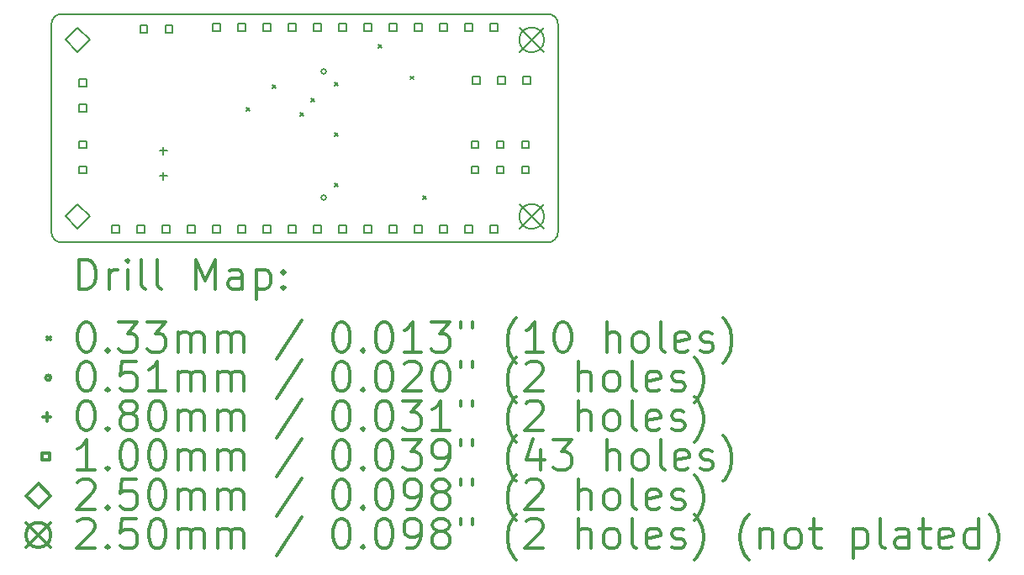
<source format=gbr>
%FSLAX45Y45*%
G04 Gerber Fmt 4.5, Leading zero omitted, Abs format (unit mm)*
G04 Created by KiCad (PCBNEW (5.0.0-rc2-dev-444-g2974a2c10)) date 10/05/18 22:12:36*
%MOMM*%
%LPD*%
G01*
G04 APERTURE LIST*
%ADD10C,0.150000*%
%ADD11C,0.200000*%
%ADD12C,0.300000*%
G04 APERTURE END LIST*
D10*
X10276480Y-9363500D02*
G75*
G02X10376480Y-9263500I100000J0D01*
G01*
X10376480Y-11563500D02*
G75*
G02X10276480Y-11463500I0J100000D01*
G01*
X15376480Y-11463500D02*
G75*
G02X15276480Y-11563500I-100000J0D01*
G01*
X15276480Y-9263500D02*
G75*
G02X15376480Y-9363500I0J-100000D01*
G01*
X10376480Y-9263500D02*
X15276480Y-9263500D01*
X10276480Y-11463500D02*
X10276480Y-9363500D01*
X15276480Y-11563500D02*
X10376480Y-11563500D01*
X15376480Y-11463500D02*
X15376480Y-9363500D01*
D11*
X12238990Y-10206990D02*
X12272010Y-10240010D01*
X12272010Y-10206990D02*
X12238990Y-10240010D01*
X12505690Y-9978390D02*
X12538710Y-10011410D01*
X12538710Y-9978390D02*
X12505690Y-10011410D01*
X12782550Y-10257790D02*
X12815570Y-10290810D01*
X12815570Y-10257790D02*
X12782550Y-10290810D01*
X12894310Y-10110470D02*
X12927330Y-10143490D01*
X12927330Y-10110470D02*
X12894310Y-10143490D01*
X13127990Y-9952990D02*
X13161010Y-9986010D01*
X13161010Y-9952990D02*
X13127990Y-9986010D01*
X13127990Y-10460990D02*
X13161010Y-10494010D01*
X13161010Y-10460990D02*
X13127990Y-10494010D01*
X13127990Y-10968990D02*
X13161010Y-11002010D01*
X13161010Y-10968990D02*
X13127990Y-11002010D01*
X13572490Y-9571990D02*
X13605510Y-9605010D01*
X13605510Y-9571990D02*
X13572490Y-9605010D01*
X13889990Y-9889490D02*
X13923010Y-9922510D01*
X13923010Y-9889490D02*
X13889990Y-9922510D01*
X14016990Y-11095990D02*
X14050010Y-11129010D01*
X14050010Y-11095990D02*
X14016990Y-11129010D01*
X13042900Y-9842500D02*
G75*
G03X13042900Y-9842500I-25400J0D01*
G01*
X13042900Y-11112500D02*
G75*
G03X13042900Y-11112500I-25400J0D01*
G01*
X11404600Y-10602600D02*
X11404600Y-10682600D01*
X11364600Y-10642600D02*
X11444600Y-10642600D01*
X11404600Y-10856600D02*
X11404600Y-10936600D01*
X11364600Y-10896600D02*
X11444600Y-10896600D01*
X14576856Y-10614456D02*
X14576856Y-10543744D01*
X14506144Y-10543744D01*
X14506144Y-10614456D01*
X14576856Y-10614456D01*
X14576856Y-10868456D02*
X14576856Y-10797744D01*
X14506144Y-10797744D01*
X14506144Y-10868456D01*
X14576856Y-10868456D01*
X10956836Y-11464856D02*
X10956836Y-11394144D01*
X10886124Y-11394144D01*
X10886124Y-11464856D01*
X10956836Y-11464856D01*
X11210836Y-11464856D02*
X11210836Y-11394144D01*
X11140124Y-11394144D01*
X11140124Y-11464856D01*
X11210836Y-11464856D01*
X11464836Y-11464856D02*
X11464836Y-11394144D01*
X11394124Y-11394144D01*
X11394124Y-11464856D01*
X11464836Y-11464856D01*
X11718836Y-11464856D02*
X11718836Y-11394144D01*
X11648124Y-11394144D01*
X11648124Y-11464856D01*
X11718836Y-11464856D01*
X11972836Y-9432856D02*
X11972836Y-9362144D01*
X11902124Y-9362144D01*
X11902124Y-9432856D01*
X11972836Y-9432856D01*
X11972836Y-11464856D02*
X11972836Y-11394144D01*
X11902124Y-11394144D01*
X11902124Y-11464856D01*
X11972836Y-11464856D01*
X12226836Y-9432856D02*
X12226836Y-9362144D01*
X12156124Y-9362144D01*
X12156124Y-9432856D01*
X12226836Y-9432856D01*
X12226836Y-11464856D02*
X12226836Y-11394144D01*
X12156124Y-11394144D01*
X12156124Y-11464856D01*
X12226836Y-11464856D01*
X12480836Y-9432856D02*
X12480836Y-9362144D01*
X12410124Y-9362144D01*
X12410124Y-9432856D01*
X12480836Y-9432856D01*
X12480836Y-11464856D02*
X12480836Y-11394144D01*
X12410124Y-11394144D01*
X12410124Y-11464856D01*
X12480836Y-11464856D01*
X12734836Y-9432856D02*
X12734836Y-9362144D01*
X12664124Y-9362144D01*
X12664124Y-9432856D01*
X12734836Y-9432856D01*
X12734836Y-11464856D02*
X12734836Y-11394144D01*
X12664124Y-11394144D01*
X12664124Y-11464856D01*
X12734836Y-11464856D01*
X12988836Y-9432856D02*
X12988836Y-9362144D01*
X12918124Y-9362144D01*
X12918124Y-9432856D01*
X12988836Y-9432856D01*
X12988836Y-11464856D02*
X12988836Y-11394144D01*
X12918124Y-11394144D01*
X12918124Y-11464856D01*
X12988836Y-11464856D01*
X13242836Y-9432856D02*
X13242836Y-9362144D01*
X13172124Y-9362144D01*
X13172124Y-9432856D01*
X13242836Y-9432856D01*
X13242836Y-11464856D02*
X13242836Y-11394144D01*
X13172124Y-11394144D01*
X13172124Y-11464856D01*
X13242836Y-11464856D01*
X13496836Y-9432856D02*
X13496836Y-9362144D01*
X13426124Y-9362144D01*
X13426124Y-9432856D01*
X13496836Y-9432856D01*
X13496836Y-11464856D02*
X13496836Y-11394144D01*
X13426124Y-11394144D01*
X13426124Y-11464856D01*
X13496836Y-11464856D01*
X13750836Y-9432856D02*
X13750836Y-9362144D01*
X13680124Y-9362144D01*
X13680124Y-9432856D01*
X13750836Y-9432856D01*
X13750836Y-11464856D02*
X13750836Y-11394144D01*
X13680124Y-11394144D01*
X13680124Y-11464856D01*
X13750836Y-11464856D01*
X14004836Y-9432856D02*
X14004836Y-9362144D01*
X13934124Y-9362144D01*
X13934124Y-9432856D01*
X14004836Y-9432856D01*
X14004836Y-11464856D02*
X14004836Y-11394144D01*
X13934124Y-11394144D01*
X13934124Y-11464856D01*
X14004836Y-11464856D01*
X14258836Y-9432856D02*
X14258836Y-9362144D01*
X14188124Y-9362144D01*
X14188124Y-9432856D01*
X14258836Y-9432856D01*
X14258836Y-11464856D02*
X14258836Y-11394144D01*
X14188124Y-11394144D01*
X14188124Y-11464856D01*
X14258836Y-11464856D01*
X14512836Y-9432856D02*
X14512836Y-9362144D01*
X14442124Y-9362144D01*
X14442124Y-9432856D01*
X14512836Y-9432856D01*
X14512836Y-11464856D02*
X14512836Y-11394144D01*
X14442124Y-11394144D01*
X14442124Y-11464856D01*
X14512836Y-11464856D01*
X14766836Y-9432856D02*
X14766836Y-9362144D01*
X14696124Y-9362144D01*
X14696124Y-9432856D01*
X14766836Y-9432856D01*
X14766836Y-11464856D02*
X14766836Y-11394144D01*
X14696124Y-11394144D01*
X14696124Y-11464856D01*
X14766836Y-11464856D01*
X15084856Y-10614456D02*
X15084856Y-10543744D01*
X15014144Y-10543744D01*
X15014144Y-10614456D01*
X15084856Y-10614456D01*
X15084856Y-10868456D02*
X15084856Y-10797744D01*
X15014144Y-10797744D01*
X15014144Y-10868456D01*
X15084856Y-10868456D01*
X14830856Y-10614456D02*
X14830856Y-10543744D01*
X14760144Y-10543744D01*
X14760144Y-10614456D01*
X14830856Y-10614456D01*
X14830856Y-10868456D02*
X14830856Y-10797744D01*
X14760144Y-10797744D01*
X14760144Y-10868456D01*
X14830856Y-10868456D01*
X14589556Y-9966756D02*
X14589556Y-9896044D01*
X14518844Y-9896044D01*
X14518844Y-9966756D01*
X14589556Y-9966756D01*
X14843556Y-9966756D02*
X14843556Y-9896044D01*
X14772844Y-9896044D01*
X14772844Y-9966756D01*
X14843556Y-9966756D01*
X15097556Y-9966756D02*
X15097556Y-9896044D01*
X15026844Y-9896044D01*
X15026844Y-9966756D01*
X15097556Y-9966756D01*
X11241836Y-9448856D02*
X11241836Y-9378144D01*
X11171124Y-9378144D01*
X11171124Y-9448856D01*
X11241836Y-9448856D01*
X11495836Y-9448856D02*
X11495836Y-9378144D01*
X11425124Y-9378144D01*
X11425124Y-9448856D01*
X11495836Y-9448856D01*
X10627156Y-9992156D02*
X10627156Y-9921444D01*
X10556444Y-9921444D01*
X10556444Y-9992156D01*
X10627156Y-9992156D01*
X10627156Y-10246156D02*
X10627156Y-10175444D01*
X10556444Y-10175444D01*
X10556444Y-10246156D01*
X10627156Y-10246156D01*
X10627156Y-10614456D02*
X10627156Y-10543744D01*
X10556444Y-10543744D01*
X10556444Y-10614456D01*
X10627156Y-10614456D01*
X10627156Y-10868456D02*
X10627156Y-10797744D01*
X10556444Y-10797744D01*
X10556444Y-10868456D01*
X10627156Y-10868456D01*
X10540480Y-9649500D02*
X10665480Y-9524500D01*
X10540480Y-9399500D01*
X10415480Y-9524500D01*
X10540480Y-9649500D01*
X10540480Y-11427500D02*
X10665480Y-11302500D01*
X10540480Y-11177500D01*
X10415480Y-11302500D01*
X10540480Y-11427500D01*
X14987480Y-9399500D02*
X15237480Y-9649500D01*
X15237480Y-9399500D02*
X14987480Y-9649500D01*
X15237480Y-9524500D02*
G75*
G03X15237480Y-9524500I-125000J0D01*
G01*
X14987480Y-11177500D02*
X15237480Y-11427500D01*
X15237480Y-11177500D02*
X14987480Y-11427500D01*
X15237480Y-11302500D02*
G75*
G03X15237480Y-11302500I-125000J0D01*
G01*
D12*
X10555408Y-12036714D02*
X10555408Y-11736714D01*
X10626837Y-11736714D01*
X10669694Y-11751000D01*
X10698266Y-11779571D01*
X10712551Y-11808143D01*
X10726837Y-11865286D01*
X10726837Y-11908143D01*
X10712551Y-11965286D01*
X10698266Y-11993857D01*
X10669694Y-12022429D01*
X10626837Y-12036714D01*
X10555408Y-12036714D01*
X10855408Y-12036714D02*
X10855408Y-11836714D01*
X10855408Y-11893857D02*
X10869694Y-11865286D01*
X10883980Y-11851000D01*
X10912551Y-11836714D01*
X10941123Y-11836714D01*
X11041123Y-12036714D02*
X11041123Y-11836714D01*
X11041123Y-11736714D02*
X11026837Y-11751000D01*
X11041123Y-11765286D01*
X11055408Y-11751000D01*
X11041123Y-11736714D01*
X11041123Y-11765286D01*
X11226837Y-12036714D02*
X11198266Y-12022429D01*
X11183980Y-11993857D01*
X11183980Y-11736714D01*
X11383980Y-12036714D02*
X11355408Y-12022429D01*
X11341123Y-11993857D01*
X11341123Y-11736714D01*
X11726837Y-12036714D02*
X11726837Y-11736714D01*
X11826837Y-11951000D01*
X11926837Y-11736714D01*
X11926837Y-12036714D01*
X12198266Y-12036714D02*
X12198266Y-11879571D01*
X12183980Y-11851000D01*
X12155408Y-11836714D01*
X12098266Y-11836714D01*
X12069694Y-11851000D01*
X12198266Y-12022429D02*
X12169694Y-12036714D01*
X12098266Y-12036714D01*
X12069694Y-12022429D01*
X12055408Y-11993857D01*
X12055408Y-11965286D01*
X12069694Y-11936714D01*
X12098266Y-11922429D01*
X12169694Y-11922429D01*
X12198266Y-11908143D01*
X12341123Y-11836714D02*
X12341123Y-12136714D01*
X12341123Y-11851000D02*
X12369694Y-11836714D01*
X12426837Y-11836714D01*
X12455408Y-11851000D01*
X12469694Y-11865286D01*
X12483980Y-11893857D01*
X12483980Y-11979571D01*
X12469694Y-12008143D01*
X12455408Y-12022429D01*
X12426837Y-12036714D01*
X12369694Y-12036714D01*
X12341123Y-12022429D01*
X12612551Y-12008143D02*
X12626837Y-12022429D01*
X12612551Y-12036714D01*
X12598266Y-12022429D01*
X12612551Y-12008143D01*
X12612551Y-12036714D01*
X12612551Y-11851000D02*
X12626837Y-11865286D01*
X12612551Y-11879571D01*
X12598266Y-11865286D01*
X12612551Y-11851000D01*
X12612551Y-11879571D01*
X10235960Y-12514490D02*
X10268980Y-12547510D01*
X10268980Y-12514490D02*
X10235960Y-12547510D01*
X10612551Y-12366714D02*
X10641123Y-12366714D01*
X10669694Y-12381000D01*
X10683980Y-12395286D01*
X10698266Y-12423857D01*
X10712551Y-12481000D01*
X10712551Y-12552429D01*
X10698266Y-12609571D01*
X10683980Y-12638143D01*
X10669694Y-12652429D01*
X10641123Y-12666714D01*
X10612551Y-12666714D01*
X10583980Y-12652429D01*
X10569694Y-12638143D01*
X10555408Y-12609571D01*
X10541123Y-12552429D01*
X10541123Y-12481000D01*
X10555408Y-12423857D01*
X10569694Y-12395286D01*
X10583980Y-12381000D01*
X10612551Y-12366714D01*
X10841123Y-12638143D02*
X10855408Y-12652429D01*
X10841123Y-12666714D01*
X10826837Y-12652429D01*
X10841123Y-12638143D01*
X10841123Y-12666714D01*
X10955408Y-12366714D02*
X11141123Y-12366714D01*
X11041123Y-12481000D01*
X11083980Y-12481000D01*
X11112551Y-12495286D01*
X11126837Y-12509571D01*
X11141123Y-12538143D01*
X11141123Y-12609571D01*
X11126837Y-12638143D01*
X11112551Y-12652429D01*
X11083980Y-12666714D01*
X10998266Y-12666714D01*
X10969694Y-12652429D01*
X10955408Y-12638143D01*
X11241123Y-12366714D02*
X11426837Y-12366714D01*
X11326837Y-12481000D01*
X11369694Y-12481000D01*
X11398266Y-12495286D01*
X11412551Y-12509571D01*
X11426837Y-12538143D01*
X11426837Y-12609571D01*
X11412551Y-12638143D01*
X11398266Y-12652429D01*
X11369694Y-12666714D01*
X11283980Y-12666714D01*
X11255408Y-12652429D01*
X11241123Y-12638143D01*
X11555408Y-12666714D02*
X11555408Y-12466714D01*
X11555408Y-12495286D02*
X11569694Y-12481000D01*
X11598266Y-12466714D01*
X11641123Y-12466714D01*
X11669694Y-12481000D01*
X11683980Y-12509571D01*
X11683980Y-12666714D01*
X11683980Y-12509571D02*
X11698266Y-12481000D01*
X11726837Y-12466714D01*
X11769694Y-12466714D01*
X11798266Y-12481000D01*
X11812551Y-12509571D01*
X11812551Y-12666714D01*
X11955408Y-12666714D02*
X11955408Y-12466714D01*
X11955408Y-12495286D02*
X11969694Y-12481000D01*
X11998266Y-12466714D01*
X12041123Y-12466714D01*
X12069694Y-12481000D01*
X12083980Y-12509571D01*
X12083980Y-12666714D01*
X12083980Y-12509571D02*
X12098266Y-12481000D01*
X12126837Y-12466714D01*
X12169694Y-12466714D01*
X12198266Y-12481000D01*
X12212551Y-12509571D01*
X12212551Y-12666714D01*
X12798266Y-12352429D02*
X12541123Y-12738143D01*
X13183980Y-12366714D02*
X13212551Y-12366714D01*
X13241123Y-12381000D01*
X13255408Y-12395286D01*
X13269694Y-12423857D01*
X13283980Y-12481000D01*
X13283980Y-12552429D01*
X13269694Y-12609571D01*
X13255408Y-12638143D01*
X13241123Y-12652429D01*
X13212551Y-12666714D01*
X13183980Y-12666714D01*
X13155408Y-12652429D01*
X13141123Y-12638143D01*
X13126837Y-12609571D01*
X13112551Y-12552429D01*
X13112551Y-12481000D01*
X13126837Y-12423857D01*
X13141123Y-12395286D01*
X13155408Y-12381000D01*
X13183980Y-12366714D01*
X13412551Y-12638143D02*
X13426837Y-12652429D01*
X13412551Y-12666714D01*
X13398266Y-12652429D01*
X13412551Y-12638143D01*
X13412551Y-12666714D01*
X13612551Y-12366714D02*
X13641123Y-12366714D01*
X13669694Y-12381000D01*
X13683980Y-12395286D01*
X13698266Y-12423857D01*
X13712551Y-12481000D01*
X13712551Y-12552429D01*
X13698266Y-12609571D01*
X13683980Y-12638143D01*
X13669694Y-12652429D01*
X13641123Y-12666714D01*
X13612551Y-12666714D01*
X13583980Y-12652429D01*
X13569694Y-12638143D01*
X13555408Y-12609571D01*
X13541123Y-12552429D01*
X13541123Y-12481000D01*
X13555408Y-12423857D01*
X13569694Y-12395286D01*
X13583980Y-12381000D01*
X13612551Y-12366714D01*
X13998266Y-12666714D02*
X13826837Y-12666714D01*
X13912551Y-12666714D02*
X13912551Y-12366714D01*
X13883980Y-12409571D01*
X13855408Y-12438143D01*
X13826837Y-12452429D01*
X14098266Y-12366714D02*
X14283980Y-12366714D01*
X14183980Y-12481000D01*
X14226837Y-12481000D01*
X14255408Y-12495286D01*
X14269694Y-12509571D01*
X14283980Y-12538143D01*
X14283980Y-12609571D01*
X14269694Y-12638143D01*
X14255408Y-12652429D01*
X14226837Y-12666714D01*
X14141123Y-12666714D01*
X14112551Y-12652429D01*
X14098266Y-12638143D01*
X14398266Y-12366714D02*
X14398266Y-12423857D01*
X14512551Y-12366714D02*
X14512551Y-12423857D01*
X14955408Y-12781000D02*
X14941123Y-12766714D01*
X14912551Y-12723857D01*
X14898266Y-12695286D01*
X14883980Y-12652429D01*
X14869694Y-12581000D01*
X14869694Y-12523857D01*
X14883980Y-12452429D01*
X14898266Y-12409571D01*
X14912551Y-12381000D01*
X14941123Y-12338143D01*
X14955408Y-12323857D01*
X15226837Y-12666714D02*
X15055408Y-12666714D01*
X15141123Y-12666714D02*
X15141123Y-12366714D01*
X15112551Y-12409571D01*
X15083980Y-12438143D01*
X15055408Y-12452429D01*
X15412551Y-12366714D02*
X15441123Y-12366714D01*
X15469694Y-12381000D01*
X15483980Y-12395286D01*
X15498266Y-12423857D01*
X15512551Y-12481000D01*
X15512551Y-12552429D01*
X15498266Y-12609571D01*
X15483980Y-12638143D01*
X15469694Y-12652429D01*
X15441123Y-12666714D01*
X15412551Y-12666714D01*
X15383980Y-12652429D01*
X15369694Y-12638143D01*
X15355408Y-12609571D01*
X15341123Y-12552429D01*
X15341123Y-12481000D01*
X15355408Y-12423857D01*
X15369694Y-12395286D01*
X15383980Y-12381000D01*
X15412551Y-12366714D01*
X15869694Y-12666714D02*
X15869694Y-12366714D01*
X15998266Y-12666714D02*
X15998266Y-12509571D01*
X15983980Y-12481000D01*
X15955408Y-12466714D01*
X15912551Y-12466714D01*
X15883980Y-12481000D01*
X15869694Y-12495286D01*
X16183980Y-12666714D02*
X16155408Y-12652429D01*
X16141123Y-12638143D01*
X16126837Y-12609571D01*
X16126837Y-12523857D01*
X16141123Y-12495286D01*
X16155408Y-12481000D01*
X16183980Y-12466714D01*
X16226837Y-12466714D01*
X16255408Y-12481000D01*
X16269694Y-12495286D01*
X16283980Y-12523857D01*
X16283980Y-12609571D01*
X16269694Y-12638143D01*
X16255408Y-12652429D01*
X16226837Y-12666714D01*
X16183980Y-12666714D01*
X16455408Y-12666714D02*
X16426837Y-12652429D01*
X16412551Y-12623857D01*
X16412551Y-12366714D01*
X16683980Y-12652429D02*
X16655408Y-12666714D01*
X16598266Y-12666714D01*
X16569694Y-12652429D01*
X16555408Y-12623857D01*
X16555408Y-12509571D01*
X16569694Y-12481000D01*
X16598266Y-12466714D01*
X16655408Y-12466714D01*
X16683980Y-12481000D01*
X16698266Y-12509571D01*
X16698266Y-12538143D01*
X16555408Y-12566714D01*
X16812551Y-12652429D02*
X16841123Y-12666714D01*
X16898266Y-12666714D01*
X16926837Y-12652429D01*
X16941123Y-12623857D01*
X16941123Y-12609571D01*
X16926837Y-12581000D01*
X16898266Y-12566714D01*
X16855408Y-12566714D01*
X16826837Y-12552429D01*
X16812551Y-12523857D01*
X16812551Y-12509571D01*
X16826837Y-12481000D01*
X16855408Y-12466714D01*
X16898266Y-12466714D01*
X16926837Y-12481000D01*
X17041123Y-12781000D02*
X17055408Y-12766714D01*
X17083980Y-12723857D01*
X17098266Y-12695286D01*
X17112551Y-12652429D01*
X17126837Y-12581000D01*
X17126837Y-12523857D01*
X17112551Y-12452429D01*
X17098266Y-12409571D01*
X17083980Y-12381000D01*
X17055408Y-12338143D01*
X17041123Y-12323857D01*
X10268980Y-12927000D02*
G75*
G03X10268980Y-12927000I-25400J0D01*
G01*
X10612551Y-12762714D02*
X10641123Y-12762714D01*
X10669694Y-12777000D01*
X10683980Y-12791286D01*
X10698266Y-12819857D01*
X10712551Y-12877000D01*
X10712551Y-12948429D01*
X10698266Y-13005571D01*
X10683980Y-13034143D01*
X10669694Y-13048429D01*
X10641123Y-13062714D01*
X10612551Y-13062714D01*
X10583980Y-13048429D01*
X10569694Y-13034143D01*
X10555408Y-13005571D01*
X10541123Y-12948429D01*
X10541123Y-12877000D01*
X10555408Y-12819857D01*
X10569694Y-12791286D01*
X10583980Y-12777000D01*
X10612551Y-12762714D01*
X10841123Y-13034143D02*
X10855408Y-13048429D01*
X10841123Y-13062714D01*
X10826837Y-13048429D01*
X10841123Y-13034143D01*
X10841123Y-13062714D01*
X11126837Y-12762714D02*
X10983980Y-12762714D01*
X10969694Y-12905571D01*
X10983980Y-12891286D01*
X11012551Y-12877000D01*
X11083980Y-12877000D01*
X11112551Y-12891286D01*
X11126837Y-12905571D01*
X11141123Y-12934143D01*
X11141123Y-13005571D01*
X11126837Y-13034143D01*
X11112551Y-13048429D01*
X11083980Y-13062714D01*
X11012551Y-13062714D01*
X10983980Y-13048429D01*
X10969694Y-13034143D01*
X11426837Y-13062714D02*
X11255408Y-13062714D01*
X11341123Y-13062714D02*
X11341123Y-12762714D01*
X11312551Y-12805571D01*
X11283980Y-12834143D01*
X11255408Y-12848429D01*
X11555408Y-13062714D02*
X11555408Y-12862714D01*
X11555408Y-12891286D02*
X11569694Y-12877000D01*
X11598266Y-12862714D01*
X11641123Y-12862714D01*
X11669694Y-12877000D01*
X11683980Y-12905571D01*
X11683980Y-13062714D01*
X11683980Y-12905571D02*
X11698266Y-12877000D01*
X11726837Y-12862714D01*
X11769694Y-12862714D01*
X11798266Y-12877000D01*
X11812551Y-12905571D01*
X11812551Y-13062714D01*
X11955408Y-13062714D02*
X11955408Y-12862714D01*
X11955408Y-12891286D02*
X11969694Y-12877000D01*
X11998266Y-12862714D01*
X12041123Y-12862714D01*
X12069694Y-12877000D01*
X12083980Y-12905571D01*
X12083980Y-13062714D01*
X12083980Y-12905571D02*
X12098266Y-12877000D01*
X12126837Y-12862714D01*
X12169694Y-12862714D01*
X12198266Y-12877000D01*
X12212551Y-12905571D01*
X12212551Y-13062714D01*
X12798266Y-12748429D02*
X12541123Y-13134143D01*
X13183980Y-12762714D02*
X13212551Y-12762714D01*
X13241123Y-12777000D01*
X13255408Y-12791286D01*
X13269694Y-12819857D01*
X13283980Y-12877000D01*
X13283980Y-12948429D01*
X13269694Y-13005571D01*
X13255408Y-13034143D01*
X13241123Y-13048429D01*
X13212551Y-13062714D01*
X13183980Y-13062714D01*
X13155408Y-13048429D01*
X13141123Y-13034143D01*
X13126837Y-13005571D01*
X13112551Y-12948429D01*
X13112551Y-12877000D01*
X13126837Y-12819857D01*
X13141123Y-12791286D01*
X13155408Y-12777000D01*
X13183980Y-12762714D01*
X13412551Y-13034143D02*
X13426837Y-13048429D01*
X13412551Y-13062714D01*
X13398266Y-13048429D01*
X13412551Y-13034143D01*
X13412551Y-13062714D01*
X13612551Y-12762714D02*
X13641123Y-12762714D01*
X13669694Y-12777000D01*
X13683980Y-12791286D01*
X13698266Y-12819857D01*
X13712551Y-12877000D01*
X13712551Y-12948429D01*
X13698266Y-13005571D01*
X13683980Y-13034143D01*
X13669694Y-13048429D01*
X13641123Y-13062714D01*
X13612551Y-13062714D01*
X13583980Y-13048429D01*
X13569694Y-13034143D01*
X13555408Y-13005571D01*
X13541123Y-12948429D01*
X13541123Y-12877000D01*
X13555408Y-12819857D01*
X13569694Y-12791286D01*
X13583980Y-12777000D01*
X13612551Y-12762714D01*
X13826837Y-12791286D02*
X13841123Y-12777000D01*
X13869694Y-12762714D01*
X13941123Y-12762714D01*
X13969694Y-12777000D01*
X13983980Y-12791286D01*
X13998266Y-12819857D01*
X13998266Y-12848429D01*
X13983980Y-12891286D01*
X13812551Y-13062714D01*
X13998266Y-13062714D01*
X14183980Y-12762714D02*
X14212551Y-12762714D01*
X14241123Y-12777000D01*
X14255408Y-12791286D01*
X14269694Y-12819857D01*
X14283980Y-12877000D01*
X14283980Y-12948429D01*
X14269694Y-13005571D01*
X14255408Y-13034143D01*
X14241123Y-13048429D01*
X14212551Y-13062714D01*
X14183980Y-13062714D01*
X14155408Y-13048429D01*
X14141123Y-13034143D01*
X14126837Y-13005571D01*
X14112551Y-12948429D01*
X14112551Y-12877000D01*
X14126837Y-12819857D01*
X14141123Y-12791286D01*
X14155408Y-12777000D01*
X14183980Y-12762714D01*
X14398266Y-12762714D02*
X14398266Y-12819857D01*
X14512551Y-12762714D02*
X14512551Y-12819857D01*
X14955408Y-13177000D02*
X14941123Y-13162714D01*
X14912551Y-13119857D01*
X14898266Y-13091286D01*
X14883980Y-13048429D01*
X14869694Y-12977000D01*
X14869694Y-12919857D01*
X14883980Y-12848429D01*
X14898266Y-12805571D01*
X14912551Y-12777000D01*
X14941123Y-12734143D01*
X14955408Y-12719857D01*
X15055408Y-12791286D02*
X15069694Y-12777000D01*
X15098266Y-12762714D01*
X15169694Y-12762714D01*
X15198266Y-12777000D01*
X15212551Y-12791286D01*
X15226837Y-12819857D01*
X15226837Y-12848429D01*
X15212551Y-12891286D01*
X15041123Y-13062714D01*
X15226837Y-13062714D01*
X15583980Y-13062714D02*
X15583980Y-12762714D01*
X15712551Y-13062714D02*
X15712551Y-12905571D01*
X15698266Y-12877000D01*
X15669694Y-12862714D01*
X15626837Y-12862714D01*
X15598266Y-12877000D01*
X15583980Y-12891286D01*
X15898266Y-13062714D02*
X15869694Y-13048429D01*
X15855408Y-13034143D01*
X15841123Y-13005571D01*
X15841123Y-12919857D01*
X15855408Y-12891286D01*
X15869694Y-12877000D01*
X15898266Y-12862714D01*
X15941123Y-12862714D01*
X15969694Y-12877000D01*
X15983980Y-12891286D01*
X15998266Y-12919857D01*
X15998266Y-13005571D01*
X15983980Y-13034143D01*
X15969694Y-13048429D01*
X15941123Y-13062714D01*
X15898266Y-13062714D01*
X16169694Y-13062714D02*
X16141123Y-13048429D01*
X16126837Y-13019857D01*
X16126837Y-12762714D01*
X16398266Y-13048429D02*
X16369694Y-13062714D01*
X16312551Y-13062714D01*
X16283980Y-13048429D01*
X16269694Y-13019857D01*
X16269694Y-12905571D01*
X16283980Y-12877000D01*
X16312551Y-12862714D01*
X16369694Y-12862714D01*
X16398266Y-12877000D01*
X16412551Y-12905571D01*
X16412551Y-12934143D01*
X16269694Y-12962714D01*
X16526837Y-13048429D02*
X16555408Y-13062714D01*
X16612551Y-13062714D01*
X16641123Y-13048429D01*
X16655408Y-13019857D01*
X16655408Y-13005571D01*
X16641123Y-12977000D01*
X16612551Y-12962714D01*
X16569694Y-12962714D01*
X16541123Y-12948429D01*
X16526837Y-12919857D01*
X16526837Y-12905571D01*
X16541123Y-12877000D01*
X16569694Y-12862714D01*
X16612551Y-12862714D01*
X16641123Y-12877000D01*
X16755408Y-13177000D02*
X16769694Y-13162714D01*
X16798266Y-13119857D01*
X16812551Y-13091286D01*
X16826837Y-13048429D01*
X16841123Y-12977000D01*
X16841123Y-12919857D01*
X16826837Y-12848429D01*
X16812551Y-12805571D01*
X16798266Y-12777000D01*
X16769694Y-12734143D01*
X16755408Y-12719857D01*
X10228980Y-13283000D02*
X10228980Y-13363000D01*
X10188980Y-13323000D02*
X10268980Y-13323000D01*
X10612551Y-13158714D02*
X10641123Y-13158714D01*
X10669694Y-13173000D01*
X10683980Y-13187286D01*
X10698266Y-13215857D01*
X10712551Y-13273000D01*
X10712551Y-13344429D01*
X10698266Y-13401571D01*
X10683980Y-13430143D01*
X10669694Y-13444429D01*
X10641123Y-13458714D01*
X10612551Y-13458714D01*
X10583980Y-13444429D01*
X10569694Y-13430143D01*
X10555408Y-13401571D01*
X10541123Y-13344429D01*
X10541123Y-13273000D01*
X10555408Y-13215857D01*
X10569694Y-13187286D01*
X10583980Y-13173000D01*
X10612551Y-13158714D01*
X10841123Y-13430143D02*
X10855408Y-13444429D01*
X10841123Y-13458714D01*
X10826837Y-13444429D01*
X10841123Y-13430143D01*
X10841123Y-13458714D01*
X11026837Y-13287286D02*
X10998266Y-13273000D01*
X10983980Y-13258714D01*
X10969694Y-13230143D01*
X10969694Y-13215857D01*
X10983980Y-13187286D01*
X10998266Y-13173000D01*
X11026837Y-13158714D01*
X11083980Y-13158714D01*
X11112551Y-13173000D01*
X11126837Y-13187286D01*
X11141123Y-13215857D01*
X11141123Y-13230143D01*
X11126837Y-13258714D01*
X11112551Y-13273000D01*
X11083980Y-13287286D01*
X11026837Y-13287286D01*
X10998266Y-13301571D01*
X10983980Y-13315857D01*
X10969694Y-13344429D01*
X10969694Y-13401571D01*
X10983980Y-13430143D01*
X10998266Y-13444429D01*
X11026837Y-13458714D01*
X11083980Y-13458714D01*
X11112551Y-13444429D01*
X11126837Y-13430143D01*
X11141123Y-13401571D01*
X11141123Y-13344429D01*
X11126837Y-13315857D01*
X11112551Y-13301571D01*
X11083980Y-13287286D01*
X11326837Y-13158714D02*
X11355408Y-13158714D01*
X11383980Y-13173000D01*
X11398266Y-13187286D01*
X11412551Y-13215857D01*
X11426837Y-13273000D01*
X11426837Y-13344429D01*
X11412551Y-13401571D01*
X11398266Y-13430143D01*
X11383980Y-13444429D01*
X11355408Y-13458714D01*
X11326837Y-13458714D01*
X11298266Y-13444429D01*
X11283980Y-13430143D01*
X11269694Y-13401571D01*
X11255408Y-13344429D01*
X11255408Y-13273000D01*
X11269694Y-13215857D01*
X11283980Y-13187286D01*
X11298266Y-13173000D01*
X11326837Y-13158714D01*
X11555408Y-13458714D02*
X11555408Y-13258714D01*
X11555408Y-13287286D02*
X11569694Y-13273000D01*
X11598266Y-13258714D01*
X11641123Y-13258714D01*
X11669694Y-13273000D01*
X11683980Y-13301571D01*
X11683980Y-13458714D01*
X11683980Y-13301571D02*
X11698266Y-13273000D01*
X11726837Y-13258714D01*
X11769694Y-13258714D01*
X11798266Y-13273000D01*
X11812551Y-13301571D01*
X11812551Y-13458714D01*
X11955408Y-13458714D02*
X11955408Y-13258714D01*
X11955408Y-13287286D02*
X11969694Y-13273000D01*
X11998266Y-13258714D01*
X12041123Y-13258714D01*
X12069694Y-13273000D01*
X12083980Y-13301571D01*
X12083980Y-13458714D01*
X12083980Y-13301571D02*
X12098266Y-13273000D01*
X12126837Y-13258714D01*
X12169694Y-13258714D01*
X12198266Y-13273000D01*
X12212551Y-13301571D01*
X12212551Y-13458714D01*
X12798266Y-13144429D02*
X12541123Y-13530143D01*
X13183980Y-13158714D02*
X13212551Y-13158714D01*
X13241123Y-13173000D01*
X13255408Y-13187286D01*
X13269694Y-13215857D01*
X13283980Y-13273000D01*
X13283980Y-13344429D01*
X13269694Y-13401571D01*
X13255408Y-13430143D01*
X13241123Y-13444429D01*
X13212551Y-13458714D01*
X13183980Y-13458714D01*
X13155408Y-13444429D01*
X13141123Y-13430143D01*
X13126837Y-13401571D01*
X13112551Y-13344429D01*
X13112551Y-13273000D01*
X13126837Y-13215857D01*
X13141123Y-13187286D01*
X13155408Y-13173000D01*
X13183980Y-13158714D01*
X13412551Y-13430143D02*
X13426837Y-13444429D01*
X13412551Y-13458714D01*
X13398266Y-13444429D01*
X13412551Y-13430143D01*
X13412551Y-13458714D01*
X13612551Y-13158714D02*
X13641123Y-13158714D01*
X13669694Y-13173000D01*
X13683980Y-13187286D01*
X13698266Y-13215857D01*
X13712551Y-13273000D01*
X13712551Y-13344429D01*
X13698266Y-13401571D01*
X13683980Y-13430143D01*
X13669694Y-13444429D01*
X13641123Y-13458714D01*
X13612551Y-13458714D01*
X13583980Y-13444429D01*
X13569694Y-13430143D01*
X13555408Y-13401571D01*
X13541123Y-13344429D01*
X13541123Y-13273000D01*
X13555408Y-13215857D01*
X13569694Y-13187286D01*
X13583980Y-13173000D01*
X13612551Y-13158714D01*
X13812551Y-13158714D02*
X13998266Y-13158714D01*
X13898266Y-13273000D01*
X13941123Y-13273000D01*
X13969694Y-13287286D01*
X13983980Y-13301571D01*
X13998266Y-13330143D01*
X13998266Y-13401571D01*
X13983980Y-13430143D01*
X13969694Y-13444429D01*
X13941123Y-13458714D01*
X13855408Y-13458714D01*
X13826837Y-13444429D01*
X13812551Y-13430143D01*
X14283980Y-13458714D02*
X14112551Y-13458714D01*
X14198266Y-13458714D02*
X14198266Y-13158714D01*
X14169694Y-13201571D01*
X14141123Y-13230143D01*
X14112551Y-13244429D01*
X14398266Y-13158714D02*
X14398266Y-13215857D01*
X14512551Y-13158714D02*
X14512551Y-13215857D01*
X14955408Y-13573000D02*
X14941123Y-13558714D01*
X14912551Y-13515857D01*
X14898266Y-13487286D01*
X14883980Y-13444429D01*
X14869694Y-13373000D01*
X14869694Y-13315857D01*
X14883980Y-13244429D01*
X14898266Y-13201571D01*
X14912551Y-13173000D01*
X14941123Y-13130143D01*
X14955408Y-13115857D01*
X15055408Y-13187286D02*
X15069694Y-13173000D01*
X15098266Y-13158714D01*
X15169694Y-13158714D01*
X15198266Y-13173000D01*
X15212551Y-13187286D01*
X15226837Y-13215857D01*
X15226837Y-13244429D01*
X15212551Y-13287286D01*
X15041123Y-13458714D01*
X15226837Y-13458714D01*
X15583980Y-13458714D02*
X15583980Y-13158714D01*
X15712551Y-13458714D02*
X15712551Y-13301571D01*
X15698266Y-13273000D01*
X15669694Y-13258714D01*
X15626837Y-13258714D01*
X15598266Y-13273000D01*
X15583980Y-13287286D01*
X15898266Y-13458714D02*
X15869694Y-13444429D01*
X15855408Y-13430143D01*
X15841123Y-13401571D01*
X15841123Y-13315857D01*
X15855408Y-13287286D01*
X15869694Y-13273000D01*
X15898266Y-13258714D01*
X15941123Y-13258714D01*
X15969694Y-13273000D01*
X15983980Y-13287286D01*
X15998266Y-13315857D01*
X15998266Y-13401571D01*
X15983980Y-13430143D01*
X15969694Y-13444429D01*
X15941123Y-13458714D01*
X15898266Y-13458714D01*
X16169694Y-13458714D02*
X16141123Y-13444429D01*
X16126837Y-13415857D01*
X16126837Y-13158714D01*
X16398266Y-13444429D02*
X16369694Y-13458714D01*
X16312551Y-13458714D01*
X16283980Y-13444429D01*
X16269694Y-13415857D01*
X16269694Y-13301571D01*
X16283980Y-13273000D01*
X16312551Y-13258714D01*
X16369694Y-13258714D01*
X16398266Y-13273000D01*
X16412551Y-13301571D01*
X16412551Y-13330143D01*
X16269694Y-13358714D01*
X16526837Y-13444429D02*
X16555408Y-13458714D01*
X16612551Y-13458714D01*
X16641123Y-13444429D01*
X16655408Y-13415857D01*
X16655408Y-13401571D01*
X16641123Y-13373000D01*
X16612551Y-13358714D01*
X16569694Y-13358714D01*
X16541123Y-13344429D01*
X16526837Y-13315857D01*
X16526837Y-13301571D01*
X16541123Y-13273000D01*
X16569694Y-13258714D01*
X16612551Y-13258714D01*
X16641123Y-13273000D01*
X16755408Y-13573000D02*
X16769694Y-13558714D01*
X16798266Y-13515857D01*
X16812551Y-13487286D01*
X16826837Y-13444429D01*
X16841123Y-13373000D01*
X16841123Y-13315857D01*
X16826837Y-13244429D01*
X16812551Y-13201571D01*
X16798266Y-13173000D01*
X16769694Y-13130143D01*
X16755408Y-13115857D01*
X10254336Y-13754356D02*
X10254336Y-13683644D01*
X10183624Y-13683644D01*
X10183624Y-13754356D01*
X10254336Y-13754356D01*
X10712551Y-13854714D02*
X10541123Y-13854714D01*
X10626837Y-13854714D02*
X10626837Y-13554714D01*
X10598266Y-13597571D01*
X10569694Y-13626143D01*
X10541123Y-13640429D01*
X10841123Y-13826143D02*
X10855408Y-13840429D01*
X10841123Y-13854714D01*
X10826837Y-13840429D01*
X10841123Y-13826143D01*
X10841123Y-13854714D01*
X11041123Y-13554714D02*
X11069694Y-13554714D01*
X11098266Y-13569000D01*
X11112551Y-13583286D01*
X11126837Y-13611857D01*
X11141123Y-13669000D01*
X11141123Y-13740429D01*
X11126837Y-13797571D01*
X11112551Y-13826143D01*
X11098266Y-13840429D01*
X11069694Y-13854714D01*
X11041123Y-13854714D01*
X11012551Y-13840429D01*
X10998266Y-13826143D01*
X10983980Y-13797571D01*
X10969694Y-13740429D01*
X10969694Y-13669000D01*
X10983980Y-13611857D01*
X10998266Y-13583286D01*
X11012551Y-13569000D01*
X11041123Y-13554714D01*
X11326837Y-13554714D02*
X11355408Y-13554714D01*
X11383980Y-13569000D01*
X11398266Y-13583286D01*
X11412551Y-13611857D01*
X11426837Y-13669000D01*
X11426837Y-13740429D01*
X11412551Y-13797571D01*
X11398266Y-13826143D01*
X11383980Y-13840429D01*
X11355408Y-13854714D01*
X11326837Y-13854714D01*
X11298266Y-13840429D01*
X11283980Y-13826143D01*
X11269694Y-13797571D01*
X11255408Y-13740429D01*
X11255408Y-13669000D01*
X11269694Y-13611857D01*
X11283980Y-13583286D01*
X11298266Y-13569000D01*
X11326837Y-13554714D01*
X11555408Y-13854714D02*
X11555408Y-13654714D01*
X11555408Y-13683286D02*
X11569694Y-13669000D01*
X11598266Y-13654714D01*
X11641123Y-13654714D01*
X11669694Y-13669000D01*
X11683980Y-13697571D01*
X11683980Y-13854714D01*
X11683980Y-13697571D02*
X11698266Y-13669000D01*
X11726837Y-13654714D01*
X11769694Y-13654714D01*
X11798266Y-13669000D01*
X11812551Y-13697571D01*
X11812551Y-13854714D01*
X11955408Y-13854714D02*
X11955408Y-13654714D01*
X11955408Y-13683286D02*
X11969694Y-13669000D01*
X11998266Y-13654714D01*
X12041123Y-13654714D01*
X12069694Y-13669000D01*
X12083980Y-13697571D01*
X12083980Y-13854714D01*
X12083980Y-13697571D02*
X12098266Y-13669000D01*
X12126837Y-13654714D01*
X12169694Y-13654714D01*
X12198266Y-13669000D01*
X12212551Y-13697571D01*
X12212551Y-13854714D01*
X12798266Y-13540429D02*
X12541123Y-13926143D01*
X13183980Y-13554714D02*
X13212551Y-13554714D01*
X13241123Y-13569000D01*
X13255408Y-13583286D01*
X13269694Y-13611857D01*
X13283980Y-13669000D01*
X13283980Y-13740429D01*
X13269694Y-13797571D01*
X13255408Y-13826143D01*
X13241123Y-13840429D01*
X13212551Y-13854714D01*
X13183980Y-13854714D01*
X13155408Y-13840429D01*
X13141123Y-13826143D01*
X13126837Y-13797571D01*
X13112551Y-13740429D01*
X13112551Y-13669000D01*
X13126837Y-13611857D01*
X13141123Y-13583286D01*
X13155408Y-13569000D01*
X13183980Y-13554714D01*
X13412551Y-13826143D02*
X13426837Y-13840429D01*
X13412551Y-13854714D01*
X13398266Y-13840429D01*
X13412551Y-13826143D01*
X13412551Y-13854714D01*
X13612551Y-13554714D02*
X13641123Y-13554714D01*
X13669694Y-13569000D01*
X13683980Y-13583286D01*
X13698266Y-13611857D01*
X13712551Y-13669000D01*
X13712551Y-13740429D01*
X13698266Y-13797571D01*
X13683980Y-13826143D01*
X13669694Y-13840429D01*
X13641123Y-13854714D01*
X13612551Y-13854714D01*
X13583980Y-13840429D01*
X13569694Y-13826143D01*
X13555408Y-13797571D01*
X13541123Y-13740429D01*
X13541123Y-13669000D01*
X13555408Y-13611857D01*
X13569694Y-13583286D01*
X13583980Y-13569000D01*
X13612551Y-13554714D01*
X13812551Y-13554714D02*
X13998266Y-13554714D01*
X13898266Y-13669000D01*
X13941123Y-13669000D01*
X13969694Y-13683286D01*
X13983980Y-13697571D01*
X13998266Y-13726143D01*
X13998266Y-13797571D01*
X13983980Y-13826143D01*
X13969694Y-13840429D01*
X13941123Y-13854714D01*
X13855408Y-13854714D01*
X13826837Y-13840429D01*
X13812551Y-13826143D01*
X14141123Y-13854714D02*
X14198266Y-13854714D01*
X14226837Y-13840429D01*
X14241123Y-13826143D01*
X14269694Y-13783286D01*
X14283980Y-13726143D01*
X14283980Y-13611857D01*
X14269694Y-13583286D01*
X14255408Y-13569000D01*
X14226837Y-13554714D01*
X14169694Y-13554714D01*
X14141123Y-13569000D01*
X14126837Y-13583286D01*
X14112551Y-13611857D01*
X14112551Y-13683286D01*
X14126837Y-13711857D01*
X14141123Y-13726143D01*
X14169694Y-13740429D01*
X14226837Y-13740429D01*
X14255408Y-13726143D01*
X14269694Y-13711857D01*
X14283980Y-13683286D01*
X14398266Y-13554714D02*
X14398266Y-13611857D01*
X14512551Y-13554714D02*
X14512551Y-13611857D01*
X14955408Y-13969000D02*
X14941123Y-13954714D01*
X14912551Y-13911857D01*
X14898266Y-13883286D01*
X14883980Y-13840429D01*
X14869694Y-13769000D01*
X14869694Y-13711857D01*
X14883980Y-13640429D01*
X14898266Y-13597571D01*
X14912551Y-13569000D01*
X14941123Y-13526143D01*
X14955408Y-13511857D01*
X15198266Y-13654714D02*
X15198266Y-13854714D01*
X15126837Y-13540429D02*
X15055408Y-13754714D01*
X15241123Y-13754714D01*
X15326837Y-13554714D02*
X15512551Y-13554714D01*
X15412551Y-13669000D01*
X15455408Y-13669000D01*
X15483980Y-13683286D01*
X15498266Y-13697571D01*
X15512551Y-13726143D01*
X15512551Y-13797571D01*
X15498266Y-13826143D01*
X15483980Y-13840429D01*
X15455408Y-13854714D01*
X15369694Y-13854714D01*
X15341123Y-13840429D01*
X15326837Y-13826143D01*
X15869694Y-13854714D02*
X15869694Y-13554714D01*
X15998266Y-13854714D02*
X15998266Y-13697571D01*
X15983980Y-13669000D01*
X15955408Y-13654714D01*
X15912551Y-13654714D01*
X15883980Y-13669000D01*
X15869694Y-13683286D01*
X16183980Y-13854714D02*
X16155408Y-13840429D01*
X16141123Y-13826143D01*
X16126837Y-13797571D01*
X16126837Y-13711857D01*
X16141123Y-13683286D01*
X16155408Y-13669000D01*
X16183980Y-13654714D01*
X16226837Y-13654714D01*
X16255408Y-13669000D01*
X16269694Y-13683286D01*
X16283980Y-13711857D01*
X16283980Y-13797571D01*
X16269694Y-13826143D01*
X16255408Y-13840429D01*
X16226837Y-13854714D01*
X16183980Y-13854714D01*
X16455408Y-13854714D02*
X16426837Y-13840429D01*
X16412551Y-13811857D01*
X16412551Y-13554714D01*
X16683980Y-13840429D02*
X16655408Y-13854714D01*
X16598266Y-13854714D01*
X16569694Y-13840429D01*
X16555408Y-13811857D01*
X16555408Y-13697571D01*
X16569694Y-13669000D01*
X16598266Y-13654714D01*
X16655408Y-13654714D01*
X16683980Y-13669000D01*
X16698266Y-13697571D01*
X16698266Y-13726143D01*
X16555408Y-13754714D01*
X16812551Y-13840429D02*
X16841123Y-13854714D01*
X16898266Y-13854714D01*
X16926837Y-13840429D01*
X16941123Y-13811857D01*
X16941123Y-13797571D01*
X16926837Y-13769000D01*
X16898266Y-13754714D01*
X16855408Y-13754714D01*
X16826837Y-13740429D01*
X16812551Y-13711857D01*
X16812551Y-13697571D01*
X16826837Y-13669000D01*
X16855408Y-13654714D01*
X16898266Y-13654714D01*
X16926837Y-13669000D01*
X17041123Y-13969000D02*
X17055408Y-13954714D01*
X17083980Y-13911857D01*
X17098266Y-13883286D01*
X17112551Y-13840429D01*
X17126837Y-13769000D01*
X17126837Y-13711857D01*
X17112551Y-13640429D01*
X17098266Y-13597571D01*
X17083980Y-13569000D01*
X17055408Y-13526143D01*
X17041123Y-13511857D01*
X10143980Y-14240000D02*
X10268980Y-14115000D01*
X10143980Y-13990000D01*
X10018980Y-14115000D01*
X10143980Y-14240000D01*
X10541123Y-13979286D02*
X10555408Y-13965000D01*
X10583980Y-13950714D01*
X10655408Y-13950714D01*
X10683980Y-13965000D01*
X10698266Y-13979286D01*
X10712551Y-14007857D01*
X10712551Y-14036429D01*
X10698266Y-14079286D01*
X10526837Y-14250714D01*
X10712551Y-14250714D01*
X10841123Y-14222143D02*
X10855408Y-14236429D01*
X10841123Y-14250714D01*
X10826837Y-14236429D01*
X10841123Y-14222143D01*
X10841123Y-14250714D01*
X11126837Y-13950714D02*
X10983980Y-13950714D01*
X10969694Y-14093571D01*
X10983980Y-14079286D01*
X11012551Y-14065000D01*
X11083980Y-14065000D01*
X11112551Y-14079286D01*
X11126837Y-14093571D01*
X11141123Y-14122143D01*
X11141123Y-14193571D01*
X11126837Y-14222143D01*
X11112551Y-14236429D01*
X11083980Y-14250714D01*
X11012551Y-14250714D01*
X10983980Y-14236429D01*
X10969694Y-14222143D01*
X11326837Y-13950714D02*
X11355408Y-13950714D01*
X11383980Y-13965000D01*
X11398266Y-13979286D01*
X11412551Y-14007857D01*
X11426837Y-14065000D01*
X11426837Y-14136429D01*
X11412551Y-14193571D01*
X11398266Y-14222143D01*
X11383980Y-14236429D01*
X11355408Y-14250714D01*
X11326837Y-14250714D01*
X11298266Y-14236429D01*
X11283980Y-14222143D01*
X11269694Y-14193571D01*
X11255408Y-14136429D01*
X11255408Y-14065000D01*
X11269694Y-14007857D01*
X11283980Y-13979286D01*
X11298266Y-13965000D01*
X11326837Y-13950714D01*
X11555408Y-14250714D02*
X11555408Y-14050714D01*
X11555408Y-14079286D02*
X11569694Y-14065000D01*
X11598266Y-14050714D01*
X11641123Y-14050714D01*
X11669694Y-14065000D01*
X11683980Y-14093571D01*
X11683980Y-14250714D01*
X11683980Y-14093571D02*
X11698266Y-14065000D01*
X11726837Y-14050714D01*
X11769694Y-14050714D01*
X11798266Y-14065000D01*
X11812551Y-14093571D01*
X11812551Y-14250714D01*
X11955408Y-14250714D02*
X11955408Y-14050714D01*
X11955408Y-14079286D02*
X11969694Y-14065000D01*
X11998266Y-14050714D01*
X12041123Y-14050714D01*
X12069694Y-14065000D01*
X12083980Y-14093571D01*
X12083980Y-14250714D01*
X12083980Y-14093571D02*
X12098266Y-14065000D01*
X12126837Y-14050714D01*
X12169694Y-14050714D01*
X12198266Y-14065000D01*
X12212551Y-14093571D01*
X12212551Y-14250714D01*
X12798266Y-13936429D02*
X12541123Y-14322143D01*
X13183980Y-13950714D02*
X13212551Y-13950714D01*
X13241123Y-13965000D01*
X13255408Y-13979286D01*
X13269694Y-14007857D01*
X13283980Y-14065000D01*
X13283980Y-14136429D01*
X13269694Y-14193571D01*
X13255408Y-14222143D01*
X13241123Y-14236429D01*
X13212551Y-14250714D01*
X13183980Y-14250714D01*
X13155408Y-14236429D01*
X13141123Y-14222143D01*
X13126837Y-14193571D01*
X13112551Y-14136429D01*
X13112551Y-14065000D01*
X13126837Y-14007857D01*
X13141123Y-13979286D01*
X13155408Y-13965000D01*
X13183980Y-13950714D01*
X13412551Y-14222143D02*
X13426837Y-14236429D01*
X13412551Y-14250714D01*
X13398266Y-14236429D01*
X13412551Y-14222143D01*
X13412551Y-14250714D01*
X13612551Y-13950714D02*
X13641123Y-13950714D01*
X13669694Y-13965000D01*
X13683980Y-13979286D01*
X13698266Y-14007857D01*
X13712551Y-14065000D01*
X13712551Y-14136429D01*
X13698266Y-14193571D01*
X13683980Y-14222143D01*
X13669694Y-14236429D01*
X13641123Y-14250714D01*
X13612551Y-14250714D01*
X13583980Y-14236429D01*
X13569694Y-14222143D01*
X13555408Y-14193571D01*
X13541123Y-14136429D01*
X13541123Y-14065000D01*
X13555408Y-14007857D01*
X13569694Y-13979286D01*
X13583980Y-13965000D01*
X13612551Y-13950714D01*
X13855408Y-14250714D02*
X13912551Y-14250714D01*
X13941123Y-14236429D01*
X13955408Y-14222143D01*
X13983980Y-14179286D01*
X13998266Y-14122143D01*
X13998266Y-14007857D01*
X13983980Y-13979286D01*
X13969694Y-13965000D01*
X13941123Y-13950714D01*
X13883980Y-13950714D01*
X13855408Y-13965000D01*
X13841123Y-13979286D01*
X13826837Y-14007857D01*
X13826837Y-14079286D01*
X13841123Y-14107857D01*
X13855408Y-14122143D01*
X13883980Y-14136429D01*
X13941123Y-14136429D01*
X13969694Y-14122143D01*
X13983980Y-14107857D01*
X13998266Y-14079286D01*
X14169694Y-14079286D02*
X14141123Y-14065000D01*
X14126837Y-14050714D01*
X14112551Y-14022143D01*
X14112551Y-14007857D01*
X14126837Y-13979286D01*
X14141123Y-13965000D01*
X14169694Y-13950714D01*
X14226837Y-13950714D01*
X14255408Y-13965000D01*
X14269694Y-13979286D01*
X14283980Y-14007857D01*
X14283980Y-14022143D01*
X14269694Y-14050714D01*
X14255408Y-14065000D01*
X14226837Y-14079286D01*
X14169694Y-14079286D01*
X14141123Y-14093571D01*
X14126837Y-14107857D01*
X14112551Y-14136429D01*
X14112551Y-14193571D01*
X14126837Y-14222143D01*
X14141123Y-14236429D01*
X14169694Y-14250714D01*
X14226837Y-14250714D01*
X14255408Y-14236429D01*
X14269694Y-14222143D01*
X14283980Y-14193571D01*
X14283980Y-14136429D01*
X14269694Y-14107857D01*
X14255408Y-14093571D01*
X14226837Y-14079286D01*
X14398266Y-13950714D02*
X14398266Y-14007857D01*
X14512551Y-13950714D02*
X14512551Y-14007857D01*
X14955408Y-14365000D02*
X14941123Y-14350714D01*
X14912551Y-14307857D01*
X14898266Y-14279286D01*
X14883980Y-14236429D01*
X14869694Y-14165000D01*
X14869694Y-14107857D01*
X14883980Y-14036429D01*
X14898266Y-13993571D01*
X14912551Y-13965000D01*
X14941123Y-13922143D01*
X14955408Y-13907857D01*
X15055408Y-13979286D02*
X15069694Y-13965000D01*
X15098266Y-13950714D01*
X15169694Y-13950714D01*
X15198266Y-13965000D01*
X15212551Y-13979286D01*
X15226837Y-14007857D01*
X15226837Y-14036429D01*
X15212551Y-14079286D01*
X15041123Y-14250714D01*
X15226837Y-14250714D01*
X15583980Y-14250714D02*
X15583980Y-13950714D01*
X15712551Y-14250714D02*
X15712551Y-14093571D01*
X15698266Y-14065000D01*
X15669694Y-14050714D01*
X15626837Y-14050714D01*
X15598266Y-14065000D01*
X15583980Y-14079286D01*
X15898266Y-14250714D02*
X15869694Y-14236429D01*
X15855408Y-14222143D01*
X15841123Y-14193571D01*
X15841123Y-14107857D01*
X15855408Y-14079286D01*
X15869694Y-14065000D01*
X15898266Y-14050714D01*
X15941123Y-14050714D01*
X15969694Y-14065000D01*
X15983980Y-14079286D01*
X15998266Y-14107857D01*
X15998266Y-14193571D01*
X15983980Y-14222143D01*
X15969694Y-14236429D01*
X15941123Y-14250714D01*
X15898266Y-14250714D01*
X16169694Y-14250714D02*
X16141123Y-14236429D01*
X16126837Y-14207857D01*
X16126837Y-13950714D01*
X16398266Y-14236429D02*
X16369694Y-14250714D01*
X16312551Y-14250714D01*
X16283980Y-14236429D01*
X16269694Y-14207857D01*
X16269694Y-14093571D01*
X16283980Y-14065000D01*
X16312551Y-14050714D01*
X16369694Y-14050714D01*
X16398266Y-14065000D01*
X16412551Y-14093571D01*
X16412551Y-14122143D01*
X16269694Y-14150714D01*
X16526837Y-14236429D02*
X16555408Y-14250714D01*
X16612551Y-14250714D01*
X16641123Y-14236429D01*
X16655408Y-14207857D01*
X16655408Y-14193571D01*
X16641123Y-14165000D01*
X16612551Y-14150714D01*
X16569694Y-14150714D01*
X16541123Y-14136429D01*
X16526837Y-14107857D01*
X16526837Y-14093571D01*
X16541123Y-14065000D01*
X16569694Y-14050714D01*
X16612551Y-14050714D01*
X16641123Y-14065000D01*
X16755408Y-14365000D02*
X16769694Y-14350714D01*
X16798266Y-14307857D01*
X16812551Y-14279286D01*
X16826837Y-14236429D01*
X16841123Y-14165000D01*
X16841123Y-14107857D01*
X16826837Y-14036429D01*
X16812551Y-13993571D01*
X16798266Y-13965000D01*
X16769694Y-13922143D01*
X16755408Y-13907857D01*
X10018980Y-14386000D02*
X10268980Y-14636000D01*
X10268980Y-14386000D02*
X10018980Y-14636000D01*
X10268980Y-14511000D02*
G75*
G03X10268980Y-14511000I-125000J0D01*
G01*
X10541123Y-14375286D02*
X10555408Y-14361000D01*
X10583980Y-14346714D01*
X10655408Y-14346714D01*
X10683980Y-14361000D01*
X10698266Y-14375286D01*
X10712551Y-14403857D01*
X10712551Y-14432429D01*
X10698266Y-14475286D01*
X10526837Y-14646714D01*
X10712551Y-14646714D01*
X10841123Y-14618143D02*
X10855408Y-14632429D01*
X10841123Y-14646714D01*
X10826837Y-14632429D01*
X10841123Y-14618143D01*
X10841123Y-14646714D01*
X11126837Y-14346714D02*
X10983980Y-14346714D01*
X10969694Y-14489571D01*
X10983980Y-14475286D01*
X11012551Y-14461000D01*
X11083980Y-14461000D01*
X11112551Y-14475286D01*
X11126837Y-14489571D01*
X11141123Y-14518143D01*
X11141123Y-14589571D01*
X11126837Y-14618143D01*
X11112551Y-14632429D01*
X11083980Y-14646714D01*
X11012551Y-14646714D01*
X10983980Y-14632429D01*
X10969694Y-14618143D01*
X11326837Y-14346714D02*
X11355408Y-14346714D01*
X11383980Y-14361000D01*
X11398266Y-14375286D01*
X11412551Y-14403857D01*
X11426837Y-14461000D01*
X11426837Y-14532429D01*
X11412551Y-14589571D01*
X11398266Y-14618143D01*
X11383980Y-14632429D01*
X11355408Y-14646714D01*
X11326837Y-14646714D01*
X11298266Y-14632429D01*
X11283980Y-14618143D01*
X11269694Y-14589571D01*
X11255408Y-14532429D01*
X11255408Y-14461000D01*
X11269694Y-14403857D01*
X11283980Y-14375286D01*
X11298266Y-14361000D01*
X11326837Y-14346714D01*
X11555408Y-14646714D02*
X11555408Y-14446714D01*
X11555408Y-14475286D02*
X11569694Y-14461000D01*
X11598266Y-14446714D01*
X11641123Y-14446714D01*
X11669694Y-14461000D01*
X11683980Y-14489571D01*
X11683980Y-14646714D01*
X11683980Y-14489571D02*
X11698266Y-14461000D01*
X11726837Y-14446714D01*
X11769694Y-14446714D01*
X11798266Y-14461000D01*
X11812551Y-14489571D01*
X11812551Y-14646714D01*
X11955408Y-14646714D02*
X11955408Y-14446714D01*
X11955408Y-14475286D02*
X11969694Y-14461000D01*
X11998266Y-14446714D01*
X12041123Y-14446714D01*
X12069694Y-14461000D01*
X12083980Y-14489571D01*
X12083980Y-14646714D01*
X12083980Y-14489571D02*
X12098266Y-14461000D01*
X12126837Y-14446714D01*
X12169694Y-14446714D01*
X12198266Y-14461000D01*
X12212551Y-14489571D01*
X12212551Y-14646714D01*
X12798266Y-14332429D02*
X12541123Y-14718143D01*
X13183980Y-14346714D02*
X13212551Y-14346714D01*
X13241123Y-14361000D01*
X13255408Y-14375286D01*
X13269694Y-14403857D01*
X13283980Y-14461000D01*
X13283980Y-14532429D01*
X13269694Y-14589571D01*
X13255408Y-14618143D01*
X13241123Y-14632429D01*
X13212551Y-14646714D01*
X13183980Y-14646714D01*
X13155408Y-14632429D01*
X13141123Y-14618143D01*
X13126837Y-14589571D01*
X13112551Y-14532429D01*
X13112551Y-14461000D01*
X13126837Y-14403857D01*
X13141123Y-14375286D01*
X13155408Y-14361000D01*
X13183980Y-14346714D01*
X13412551Y-14618143D02*
X13426837Y-14632429D01*
X13412551Y-14646714D01*
X13398266Y-14632429D01*
X13412551Y-14618143D01*
X13412551Y-14646714D01*
X13612551Y-14346714D02*
X13641123Y-14346714D01*
X13669694Y-14361000D01*
X13683980Y-14375286D01*
X13698266Y-14403857D01*
X13712551Y-14461000D01*
X13712551Y-14532429D01*
X13698266Y-14589571D01*
X13683980Y-14618143D01*
X13669694Y-14632429D01*
X13641123Y-14646714D01*
X13612551Y-14646714D01*
X13583980Y-14632429D01*
X13569694Y-14618143D01*
X13555408Y-14589571D01*
X13541123Y-14532429D01*
X13541123Y-14461000D01*
X13555408Y-14403857D01*
X13569694Y-14375286D01*
X13583980Y-14361000D01*
X13612551Y-14346714D01*
X13855408Y-14646714D02*
X13912551Y-14646714D01*
X13941123Y-14632429D01*
X13955408Y-14618143D01*
X13983980Y-14575286D01*
X13998266Y-14518143D01*
X13998266Y-14403857D01*
X13983980Y-14375286D01*
X13969694Y-14361000D01*
X13941123Y-14346714D01*
X13883980Y-14346714D01*
X13855408Y-14361000D01*
X13841123Y-14375286D01*
X13826837Y-14403857D01*
X13826837Y-14475286D01*
X13841123Y-14503857D01*
X13855408Y-14518143D01*
X13883980Y-14532429D01*
X13941123Y-14532429D01*
X13969694Y-14518143D01*
X13983980Y-14503857D01*
X13998266Y-14475286D01*
X14169694Y-14475286D02*
X14141123Y-14461000D01*
X14126837Y-14446714D01*
X14112551Y-14418143D01*
X14112551Y-14403857D01*
X14126837Y-14375286D01*
X14141123Y-14361000D01*
X14169694Y-14346714D01*
X14226837Y-14346714D01*
X14255408Y-14361000D01*
X14269694Y-14375286D01*
X14283980Y-14403857D01*
X14283980Y-14418143D01*
X14269694Y-14446714D01*
X14255408Y-14461000D01*
X14226837Y-14475286D01*
X14169694Y-14475286D01*
X14141123Y-14489571D01*
X14126837Y-14503857D01*
X14112551Y-14532429D01*
X14112551Y-14589571D01*
X14126837Y-14618143D01*
X14141123Y-14632429D01*
X14169694Y-14646714D01*
X14226837Y-14646714D01*
X14255408Y-14632429D01*
X14269694Y-14618143D01*
X14283980Y-14589571D01*
X14283980Y-14532429D01*
X14269694Y-14503857D01*
X14255408Y-14489571D01*
X14226837Y-14475286D01*
X14398266Y-14346714D02*
X14398266Y-14403857D01*
X14512551Y-14346714D02*
X14512551Y-14403857D01*
X14955408Y-14761000D02*
X14941123Y-14746714D01*
X14912551Y-14703857D01*
X14898266Y-14675286D01*
X14883980Y-14632429D01*
X14869694Y-14561000D01*
X14869694Y-14503857D01*
X14883980Y-14432429D01*
X14898266Y-14389571D01*
X14912551Y-14361000D01*
X14941123Y-14318143D01*
X14955408Y-14303857D01*
X15055408Y-14375286D02*
X15069694Y-14361000D01*
X15098266Y-14346714D01*
X15169694Y-14346714D01*
X15198266Y-14361000D01*
X15212551Y-14375286D01*
X15226837Y-14403857D01*
X15226837Y-14432429D01*
X15212551Y-14475286D01*
X15041123Y-14646714D01*
X15226837Y-14646714D01*
X15583980Y-14646714D02*
X15583980Y-14346714D01*
X15712551Y-14646714D02*
X15712551Y-14489571D01*
X15698266Y-14461000D01*
X15669694Y-14446714D01*
X15626837Y-14446714D01*
X15598266Y-14461000D01*
X15583980Y-14475286D01*
X15898266Y-14646714D02*
X15869694Y-14632429D01*
X15855408Y-14618143D01*
X15841123Y-14589571D01*
X15841123Y-14503857D01*
X15855408Y-14475286D01*
X15869694Y-14461000D01*
X15898266Y-14446714D01*
X15941123Y-14446714D01*
X15969694Y-14461000D01*
X15983980Y-14475286D01*
X15998266Y-14503857D01*
X15998266Y-14589571D01*
X15983980Y-14618143D01*
X15969694Y-14632429D01*
X15941123Y-14646714D01*
X15898266Y-14646714D01*
X16169694Y-14646714D02*
X16141123Y-14632429D01*
X16126837Y-14603857D01*
X16126837Y-14346714D01*
X16398266Y-14632429D02*
X16369694Y-14646714D01*
X16312551Y-14646714D01*
X16283980Y-14632429D01*
X16269694Y-14603857D01*
X16269694Y-14489571D01*
X16283980Y-14461000D01*
X16312551Y-14446714D01*
X16369694Y-14446714D01*
X16398266Y-14461000D01*
X16412551Y-14489571D01*
X16412551Y-14518143D01*
X16269694Y-14546714D01*
X16526837Y-14632429D02*
X16555408Y-14646714D01*
X16612551Y-14646714D01*
X16641123Y-14632429D01*
X16655408Y-14603857D01*
X16655408Y-14589571D01*
X16641123Y-14561000D01*
X16612551Y-14546714D01*
X16569694Y-14546714D01*
X16541123Y-14532429D01*
X16526837Y-14503857D01*
X16526837Y-14489571D01*
X16541123Y-14461000D01*
X16569694Y-14446714D01*
X16612551Y-14446714D01*
X16641123Y-14461000D01*
X16755408Y-14761000D02*
X16769694Y-14746714D01*
X16798266Y-14703857D01*
X16812551Y-14675286D01*
X16826837Y-14632429D01*
X16841123Y-14561000D01*
X16841123Y-14503857D01*
X16826837Y-14432429D01*
X16812551Y-14389571D01*
X16798266Y-14361000D01*
X16769694Y-14318143D01*
X16755408Y-14303857D01*
X17298266Y-14761000D02*
X17283980Y-14746714D01*
X17255408Y-14703857D01*
X17241123Y-14675286D01*
X17226837Y-14632429D01*
X17212551Y-14561000D01*
X17212551Y-14503857D01*
X17226837Y-14432429D01*
X17241123Y-14389571D01*
X17255408Y-14361000D01*
X17283980Y-14318143D01*
X17298266Y-14303857D01*
X17412551Y-14446714D02*
X17412551Y-14646714D01*
X17412551Y-14475286D02*
X17426837Y-14461000D01*
X17455408Y-14446714D01*
X17498266Y-14446714D01*
X17526837Y-14461000D01*
X17541123Y-14489571D01*
X17541123Y-14646714D01*
X17726837Y-14646714D02*
X17698266Y-14632429D01*
X17683980Y-14618143D01*
X17669694Y-14589571D01*
X17669694Y-14503857D01*
X17683980Y-14475286D01*
X17698266Y-14461000D01*
X17726837Y-14446714D01*
X17769694Y-14446714D01*
X17798266Y-14461000D01*
X17812551Y-14475286D01*
X17826837Y-14503857D01*
X17826837Y-14589571D01*
X17812551Y-14618143D01*
X17798266Y-14632429D01*
X17769694Y-14646714D01*
X17726837Y-14646714D01*
X17912551Y-14446714D02*
X18026837Y-14446714D01*
X17955408Y-14346714D02*
X17955408Y-14603857D01*
X17969694Y-14632429D01*
X17998266Y-14646714D01*
X18026837Y-14646714D01*
X18355408Y-14446714D02*
X18355408Y-14746714D01*
X18355408Y-14461000D02*
X18383980Y-14446714D01*
X18441123Y-14446714D01*
X18469694Y-14461000D01*
X18483980Y-14475286D01*
X18498266Y-14503857D01*
X18498266Y-14589571D01*
X18483980Y-14618143D01*
X18469694Y-14632429D01*
X18441123Y-14646714D01*
X18383980Y-14646714D01*
X18355408Y-14632429D01*
X18669694Y-14646714D02*
X18641123Y-14632429D01*
X18626837Y-14603857D01*
X18626837Y-14346714D01*
X18912551Y-14646714D02*
X18912551Y-14489571D01*
X18898266Y-14461000D01*
X18869694Y-14446714D01*
X18812551Y-14446714D01*
X18783980Y-14461000D01*
X18912551Y-14632429D02*
X18883980Y-14646714D01*
X18812551Y-14646714D01*
X18783980Y-14632429D01*
X18769694Y-14603857D01*
X18769694Y-14575286D01*
X18783980Y-14546714D01*
X18812551Y-14532429D01*
X18883980Y-14532429D01*
X18912551Y-14518143D01*
X19012551Y-14446714D02*
X19126837Y-14446714D01*
X19055408Y-14346714D02*
X19055408Y-14603857D01*
X19069694Y-14632429D01*
X19098266Y-14646714D01*
X19126837Y-14646714D01*
X19341123Y-14632429D02*
X19312551Y-14646714D01*
X19255408Y-14646714D01*
X19226837Y-14632429D01*
X19212551Y-14603857D01*
X19212551Y-14489571D01*
X19226837Y-14461000D01*
X19255408Y-14446714D01*
X19312551Y-14446714D01*
X19341123Y-14461000D01*
X19355408Y-14489571D01*
X19355408Y-14518143D01*
X19212551Y-14546714D01*
X19612551Y-14646714D02*
X19612551Y-14346714D01*
X19612551Y-14632429D02*
X19583980Y-14646714D01*
X19526837Y-14646714D01*
X19498266Y-14632429D01*
X19483980Y-14618143D01*
X19469694Y-14589571D01*
X19469694Y-14503857D01*
X19483980Y-14475286D01*
X19498266Y-14461000D01*
X19526837Y-14446714D01*
X19583980Y-14446714D01*
X19612551Y-14461000D01*
X19726837Y-14761000D02*
X19741123Y-14746714D01*
X19769694Y-14703857D01*
X19783980Y-14675286D01*
X19798266Y-14632429D01*
X19812551Y-14561000D01*
X19812551Y-14503857D01*
X19798266Y-14432429D01*
X19783980Y-14389571D01*
X19769694Y-14361000D01*
X19741123Y-14318143D01*
X19726837Y-14303857D01*
M02*

</source>
